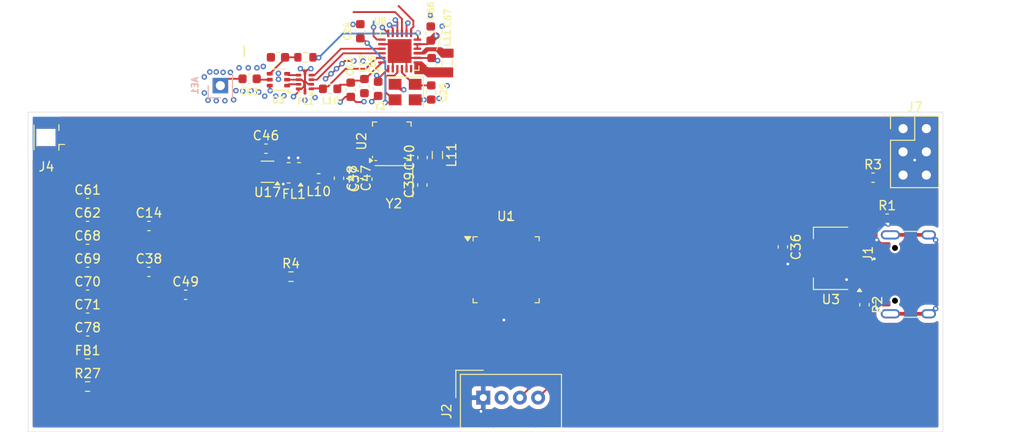
<source format=kicad_pcb>
(kicad_pcb (version 20241229) (generator "pcbnew") (generator_version "9.0")
  (layers (0 "F.Cu" signal) (2 "B.Cu" signal) (13 "F.Paste" user) (15 "B.Paste" user) (5 "F.SilkS" user "F.Silkscreen") (7 "B.SilkS" user "B.Silkscreen") (1 "F.Mask" user) (3 "B.Mask" user) (25 "Edge.Cuts" user))
  (net 0 "")
  (net 1 "GND")
  (net 2 "Net-(U1-VDDCORE)")
  (net 3 "+3.3V")
  (net 4 "Net-(U1-GNDANA)")
  (net 5 "Net-(J1-SHIELD)")
  (net 6 "D+")
  (net 10 "SX_XTA")
  (net 12 "+3V3")
  (net 13 "SX_XTB")
  (net 15 "BUZZER")
  (net 16 "nRESET")
  (net 17 "SWCLK_FLASH")
  (net 19 "Net-(U2-VREG)")
  (net 21 "Net-(U17-CTRL)")
  (net 23 "LED")
  (net 25 "SWDIO_FLASH")
  (net 34 "D-")
  (net 35 "SX_VR_PA")
  (net 39 "Net-(J4-In)")
  (net 43 "VBUS")
  (net 44 "Net-(J1-CC1)")
  (net 45 "Net-(J1-CC2)")
  (net 46 "SDA")
  (net 47 "SCL")
  (net 48 "Net-(U17-RFIN)")
  (net 49 "SX_RFO")
  (net 50 "Net-(FL1-SW_RFI)")
  (net 51 "SX_RFI_N")
  (net 52 "SX_RFI_P")
  (net 53 "Net-(FL1-SW_RFO)")
  (net 54 "Net-(U2-DCC_SW)")
  (net 55 "SX_DIO1")
  (net 56 "SX_BUSY")
  (net 57 "RF_CS")
  (net 58 "MOSI")
  (net 59 "SX_NRST")
  (net 60 "SCK")
  (net 61 "MISO")
  (net 63 "SX_DIO2")
  (net 64 "/SX_VR_PA")
  (net 65 "/SX_RFO")
  (net 66 "Earth")
  (net 67 "Net-(U8-DCC_SW)")
  (net 68 "Net-(U8-VREG)")
  (net 69 "Net-(U3-CTRL)")
  (net 70 "Net-(U3-RFIN)")
  (net 71 "/SX_XTB")
  (net 72 "/SX_XTA")
  (net 73 "/SX_DIO3")
  (net 74 "/SX_DIO2")
  (net 75 "/SX_DIO1")
  (net 76 "/SX_BUSY")
  (net 77 "/SX_NRST")
  (net 78 "/SPI_MISO")
  (net 79 "/SPI_MOSI")
  (net 80 "/SPI_CLK")
  (net 81 "/SX_NSS")
  (net 82 "/SX_RFI_P")
  (net 83 "/SX_RFI_N")
  (net 84 "Net-(AE1-A)")
  (footprint "Capacitor_SMD:C_0603_1608Metric" (layer "F.Cu") (at 142.4625 69.74)
    (property "Reference" "C49")
    (property "Value" "100pF")
  )
  (footprint "Capacitor_SMD:C_0603_1608Metric" (layer "F.Cu") (at 131.75 69.74)
    (property "Reference" "C70")
    (property "Value" "100nF")
  )
  (footprint "Capacitor_SMD:C_0603_1608Metric" (layer "F.Cu") (at 219.150699 61.408415)
    (property "Reference" "R1")
    (property "Value" "5.1K")
  )
  (footprint "Capacitor_SMD:C_0603_1608Metric" (layer "F.Cu") (at 131.75 64.72)
    (property "Reference" "C68")
    (property "Value" "100nF")
  )
  (footprint "Resistor_SMD:R_0603_1608Metric" (layer "F.Cu") (at 131.75 79.78)
    (property "Reference" "R27")
    (property "Value" "1.5k")
  )
  (footprint "Capacitor_SMD:C_0603_1608Metric" (layer "F.Cu") (at 138.4525 62.21)
    (property "Reference" "C14")
    (property "Value" "8pF")
  )
  (footprint "Capacitor_SMD:C_0603_1608Metric" (layer "F.Cu") (at 149.45975 46.1 180)
    (property "Reference" "C63")
    (property "Value" "100pF")
  )
  (footprint "Capacitor_SMD:C_0603_1608Metric" (layer "F.Cu") (at 151.25 53.75)
    (property "Reference" "C46")
    (property "Value" "1nF")
  )
  (footprint "Capacitor_SMD:C_0603_1608Metric" (layer "F.Cu") (at 162.00975 46.9 -90)
    (property "Reference" "C57")
    (property "Value" "47nF")
  )
  (footprint "RF_Converter:Balun_Johanson_0900FM15K0039" (layer "F.Cu") (at 155.50975 46.45 180)
    (property "Reference" "FL1")
    (property "Value" "0900FM15K0039")
  )
  (footprint "Capacitor_SMD:C_0603_1608Metric" (layer "F.Cu") (at 160.75 56.975 -90)
    (property "Reference" "C47")
    (property "Value" "47nF")
  )
  (footprint "Capacitor_SMD:C_0603_1608Metric" (layer "F.Cu") (at 163.50975 47.2 90)
    (property "Reference" "C65")
    (property "Value" "100nF")
  )
  (footprint "Inductor_SMD:L_0603_1608Metric" (layer "F.Cu") (at 157 57 180)
    (property "Reference" "L10")
    (property "Value" "47nH")
  )
  (footprint "Capacitor_SMD:C_0603_1608Metric" (layer "F.Cu") (at 216.670428 70.832047 -90)
    (property "Reference" "R2")
    (property "Value" "5.1K")
  )
  (footprint "Capacitor_SMD:C_0603_1608Metric" (layer "F.Cu") (at 160.50975 47.3 -90)
    (property "Reference" "C62")
    (property "Value" "47pF")
  )
  (footprint "Package_TO_SOT_SMD:SOT-363_SC-70-6" (layer "F.Cu") (at 152.60975 46.2 180)
    (property "Reference" "U3")
    (property "Value" "PE4259")
  )
  (footprint "Capacitor_SMD:C_0603_1608Metric" (layer "F.Cu") (at 131.75 59.7)
    (property "Reference" "C61")
    (property "Value" "100nF")
  )
  (footprint "Capacitor_SMD:C_0603_1608Metric" (layer "F.Cu") (at 169.30975 47.6 90)
    (property "Reference" "C25")
    (property "Value" "8pF")
  )
  (footprint "Capacitor_SMD:C_0603_1608Metric" (layer "F.Cu") (at 152.55975 43.75 180)
    (property "Reference" "C64" (hide yes))
    (property "Value" "1nF" (hide yes))
  )
  (footprint "Crystal:Crystal_SMD_3225-4Pin_3.2x2.5mm" (layer "F.Cu") (at 165.233692 57.313555 180)
    (property "Reference" "Y2")
    (property "Value" "32MHz")
  )
  (footprint "Capacitor_SMD:C_0603_1608Metric" (layer "F.Cu") (at 131.75 74.76)
    (property "Reference" "C78")
    (property "Value" "100nF")
  )
  (footprint "Inductor_SMD:L_0603_1608Metric" (layer "F.Cu") (at 158.25975 47.2 180)
    (property "Reference" "L10")
    (property "Value" "47nH")
  )
  (footprint "Crystal:Crystal_SMD_3225-4Pin_3.2x2.5mm" (layer "F.Cu") (at 166.45975 47.55 180)
    (property "Reference" "Y2")
    (property "Value" "32MHz")
  )
  (footprint "Capacitor_SMD:C_0603_1608Metric" (layer "F.Cu") (at 168.36192 54.722723 90)
    (property "Reference" "C40")
    (property "Value" "470nF")
  )
  (footprint "Capacitor_SMD:C_0603_1608Metric" (layer "F.Cu") (at 169.35975 44.6 90)
    (property "Reference" "C67")
    (property "Value" "470nF")
  )
  (footprint "Capacitor_SMD:C_0603_1608Metric" (layer "F.Cu") (at 207.75 64.5 -90)
    (property "Reference" "C36")
    (property "Value" "1uF")
  )
  (footprint "Connector_USB:USB_C_Receptacle_HCTL_HC-TYPE-C-16P-01A" (layer "F.Cu") (at 222.61 67.5 90)
    (property "Reference" "J1")
    (property "Value" "USB_C_Receptacle_USB2.0_14P")
  )
  (footprint "Connector_Coaxial:U.FL_Hirose_U.FL-R-SMT-1_Vertical" (layer "F.Cu") (at 127.725 52.525 180)
    (property "Reference" "J4")
    (property "Value" "H9161TR-ND")
  )
  (footprint "Capacitor_SMD:C_0603_1608Metric" (layer "F.Cu") (at 131.75 72.25)
    (property "Reference" "C71")
    (property "Value" "100nF")
  )
  (footprint "Package_TO_SOT_SMD:SOT-363_SC-70-6" (layer "F.Cu") (at 151.413092 56.272162 180)
    (property "Reference" "U17")
    (property "Value" "PE4259")
  )
  (footprint "Capacitor_SMD:C_0603_1608Metric" (layer "F.Cu") (at 159.228082 56.987625 -90)
    (property "Reference" "C48")
    (property "Value" "47pF")
  )
  (footprint "Inductor_SMD:L_0805_2012Metric" (layer "F.Cu") (at 171.05975 44.35 -90)
    (property "Reference" "L11")
    (property "Value" "15uH")
  )
  (footprint "Package_TO_SOT_SMD:SOT-223-3_TabPin2" (layer "F.Cu") (at 213 65.75 180)
    (property "Reference" "U3")
    (property "Value" "AMS1117-3.3")
  )
  (footprint "Resistor_SMD:R_0603_1608Metric" (layer "F.Cu") (at 153.985 67.755)
    (property "Reference" "R4")
    (property "Value" "100")
  )
  (footprint "Resistor_SMD:R_0603_1608Metric" (layer "F.Cu") (at 155.55975 43.75 180)
    (property "Reference" "R23" (hide yes))
    (property "Value" "100" (hide yes))
  )
  (footprint "Capacitor_SMD:C_0603_1608Metric" (layer "F.Cu") (at 162.331911 57.08313 90)
    (property "Reference" "C37")
    (property "Value" "100nF")
  )
  (footprint "Package_DFN_QFN:QFN-24-1EP_4x4mm_P0.5mm_EP2.6x2.6mm" (layer "F.Cu") (at 165 52.9375 90)
    (property "Reference" "U2")
    (property "Value" "SX1262IMLTRT")
  )
  (footprint "Capacitor_SMD:C_0603_1608Metric" (layer "F.Cu") (at 168.342797 57.72947 90)
    (property "Reference" "C39")
    (property "Value" "8pF")
  )
  (footprint "RF_Converter:Balun_Johanson_0900FM15K0039" (layer "F.Cu") (at 154.296269 56.389992 180)
    (property "Reference" "FL1")
    (property "Value" "0900FM15K0039")
  )
  (footprint "Capacitor_SMD:C_0603_1608Metric" (layer "F.Cu") (at 217.607988 56.922102)
    (property "Reference" "R3")
    (property "Value" "5.1K")
  )
  (footprint "Package_DFN_QFN:QFN-24-1EP_4x4mm_P0.5mm_EP2.6x2.6mm" (layer "F.Cu") (at 165.85975 43.0625 90)
    (property "Reference" "U8")
    (property "Value" "SX1262IMLTRT")
  )
  (footprint "Capacitor_SMD:C_0603_1608Metric" (layer "F.Cu") (at 169.25975 41.15 90)
    (property "Reference" "C66")
    (property "Value" "100nF")
  )
  (footprint "Capacitor_SMD:C_0603_1608Metric" (layer "F.Cu") (at 131.75 67.23)
    (property "Reference" "C69")
    (property "Value" "100nF")
  )
  (footprint "Connector_PinHeader_2.54mm:PinHeader_2x03_P2.54mm_Vertical" (layer "F.Cu") (at 220.895837 51.556244)
    (property "Reference" "J7")
    (property "Value" "Conn_02x03_Counter_Clockwise")
  )
  (footprint "Capacitor_SMD:C_0603_1608Metric" (layer "F.Cu") (at 138.4525 67.23)
    (property "Reference" "C38")
    (property "Value" "100nF")
  )
  (footprint "Connector:NS-Tech_Grove_1x04_P2mm_Vertical" (layer "F.Cu") (at 175 81 90)
    (property "Reference" "J2")
    (property "Value" "OLED")
  )
  (footprint "Package_QFP:TQFP-48_7x7mm_P0.5mm" (layer "F.Cu") (at 177.5 67)
    (property "Reference" "U1")
    (property "Value" "ATSAMD21G18A-A")
  )
  (footprint "Resistor_SMD:R_0603_1608Metric" (layer "F.Cu") (at 131.75 77.27)
    (property "Reference" "FB1")
    (property "Value" "BLM18AG601SN1D")
  )
  (footprint "Capacitor_SMD:C_0603_1608Metric" (layer "F.Cu") (at 161.55975 40.9 -90)
    (property "Reference" "C24")
    (property "Value" "8pF")
  )
  (footprint "Capacitor_SMD:C_0603_1608Metric" (layer "F.Cu") (at 131.75 62.21)
    (property "Reference" "C62")
    (property "Value" "100nF")
  )
  (footprint "Inductor_SMD:L_0805_2012Metric" (layer "F.Cu") (at 169.987332 54.446648 -90)
    (property "Reference" "L11")
    (property "Value" "15uH")
  )
  (footprint "Connector_PinSocket_2.54mm:PinSocket_1x01_P2.54mm_Vertical" (layer "B.Cu") (at 146.25975 46.85 -90)
    (property "Reference" "AE1")
    (property "Value" "Antenna")
  )
  (gr_poly (pts (xy 168.95975 44.95) (xy 171.60975 44.95) (xy 171.60975 45.85) (xy 168.95975 45.85) (xy 168.50975 45.5) (xy 167.55975 45.5) (xy 167.55975 44.375) (xy 167.70975 44.3) (xy 168.263322 44.3)) (stroke (width 0.2)) (fill yes) (layer "F.Cu") (net 68))
  (gr_poly (pts (xy 171.65975 43.7) (xy 171.65975 42.9) (xy 170.60975 42.9) (xy 170.42975 42.75) (xy 168.759751 42.75) (xy 168.305206 43.25) (xy 167.50975 43.25) (xy 167.50975 43.35) (xy 168.568084 43.35) (xy 168.976418 43) (xy 169.876416 43) (xy 170.45975 43.7)) (stroke (width 0.2)) (fill yes) (layer "F.Cu") (net 67))
  (gr_line (start 170.65975 40.45) (end 169.90975 42.95) (stroke (width 0.1)) (layer "F.SilkS"))
  (gr_rect (start 125.25 49.75) (end 225.25 84.75) (stroke (width 0.05)) (fill no) (layer "Edge.Cuts"))
  (gr_text "-" (at 148.75475 43.075 90) (layer "F.SilkS") (effects (font (size 1.5 1.5))))
  (segment (start 154.296269 55.203731) (end 154.75 54.75) (width 0.2) (layer "F.Cu") (net 1))
  (segment (start 154.296267 56.75) (end 154.296267 57.452492) (width 0.2) (layer "F.Cu") (net 1))
  (segment (start 177.75 62.8375) (end 177.75 61.5) (width 0.2) (layer "F.Cu") (net 1))
  (segment (start 154.296267 55.327492) (end 154.296267 56.5) (width 0.2) (layer "F.Cu") (net 1))
  (segment (start 152.363092 56.272162) (end 152.495262 56.139992) (width 0.2) (layer "F.Cu") (net 1))
  (segment (start 154.296269 55.327492) (end 154.296269 55.203731) (width 0.2) (layer "F.Cu") (net 1))
  (segment (start 207.75 65.835106) (end 207.75 65.275) (width 0.4) (layer "F.Cu") (net 1))
  (segment (start 223.435837 54.096244) (end 222.532081 55) (width 0.2) (layer "F.Cu") (net 1))
  (segment (start 153.936259 56.139992) (end 154.296267 56.5) (width 0.2) (layer "F.Cu") (net 1))
  (segment (start 153.596267 57.139992) (end 153.930091 57.139992) (width 0.2) (layer "F.Cu") (net 1))
  (segment (start 221.799593 55) (end 220.895837 54.096244) (width 0.2) (layer "F.Cu") (net 1))
  (segment (start 153.144578 57.605422) (end 153.596269 57.153731) (width 0.2) (layer "F.Cu") (net 1))
  (segment (start 175 81) (end 175 82.25) (width 0.2) (layer "F.Cu") (net 1))
  (segment (start 177.25 71.1625) (end 177.25 72.5) (width 0.2) (layer "F.Cu") (net 1))
  (segment (start 217.642953 71.607047) (end 218 71.25) (width 0.2) (layer "F.Cu") (net 1))
  (segment (start 153.596269 57.153731) (end 153.596269 57.139992) (width 0.2) (layer "F.Cu") (net 1))
  (segment (start 153.596267 56.139992) (end 153.936259 56.139992) (width 0.2) (layer "F.Cu") (net 1))
  (segment (start 207.75 65.835105) (end 207.957447 66.042553) (width 0.4) (layer "F.Cu") (net 1))
  (segment (start 154.296267 57.452492) (end 154.296267 57.453731) (width 0.2) (layer "F.Cu") (net 1))
  (segment (start 154.436259 56.639992) (end 154.296267 56.5) (width 0.2) (layer "F.Cu") (net 1))
  (segment (start 216.670428 71.607047) (end 217.642953 71.607047) (width 0.2) (layer "F.Cu") (net 1))
  (segment (start 207.957447 66.042553) (end 207.75 65.835106) (width 0.4) (layer "F.Cu") (net 1))
  (segment (start 218.55 70.7) (end 218 71.25) (width 0.4) (layer "F.Cu") (net 1))
  (segment (start 218 61.784114) (end 218 63.75) (width 0.2) (layer "F.Cu") (net 1))
  (segment (start 218.865 64.3) (end 218.55 64.3) (width 0.4) (layer "F.Cu") (net 1))
  (segment (start 154.296267 56.5) (end 154.296267 56.75) (width 0.2) (layer "F.Cu") (net 1))
  (segment (start 154.296269 55.296269) (end 153.75 54.75) (width 0.2) (layer "F.Cu") (net 1))
  (segment (start 218.55 64.3) (end 218 63.75) (width 0.4) (layer "F.Cu") (net 1))
  (segment (start 218.375699 61.408415) (end 218 61.784114) (width 0.2) (layer "F.Cu") (net 1))
  (segment (start 153.930091 57.139992) (end 154.296267 56.773816) (width 0.2) (layer "F.Cu") (net 1))
  (segment (start 222.532081 55) (end 221.799593 55) (width 0.2) (layer "F.Cu") (net 1))
  (segment (start 154.296269 55.327492) (end 154.296269 55.296269) (width 0.2) (layer "F.Cu") (net 1))
  (segment (start 216.122042 68.077958) (end 216.15 68.05) (width 0.4) (layer "F.Cu") (net 1))
  (segment (start 154.996267 56.639992) (end 154.436259 56.639992) (width 0.2) (layer "F.Cu") (net 1))
  (segment (start 154.296267 56.773816) (end 154.296267 56.75) (width 0.2) (layer "F.Cu") (net 1))
  (segment (start 154.296267 57.452492) (end 154.296267 57.546269) (width 0.2) (layer "F.Cu") (net 1))
  (segment (start 218.865 70.7) (end 218.55 70.7) (width 0.4) (layer "F.Cu") (net 1))
  (segment (start 214.714016 68.077958) (end 216.122042 68.077958) (width 0.4) (layer "F.Cu") (net 1))
  (segment (start 175 82.25) (end 174.75 82.5) (width 0.2) (layer "F.Cu") (net 1))
  (segment (start 152.495262 56.139992) (end 153.596269 56.139992) (width 0.2) (layer "F.Cu") (net 1))
  (segment (start 153.144578 57.61957) (end 153.144578 57.605422) (width 0.2) (layer "F.Cu") (net 1))
  (segment (start 207.957447 66.042553) (end 208.289563 66.374668) (width 0.4) (layer "F.Cu") (net 1))
  (via (at 222.161903 54.997673) (size 0.6) (drill 0.3) (layers "F.Cu" "B.Cu") (net 1))
  (via (at 153.75 54.75) (size 0.6) (drill 0.3) (layers "F.Cu" "B.Cu") (net 1))
  (via (at 174.75 82.5) (size 0.6) (drill 0.3) (layers "F.Cu" "B.Cu") (net 1))
  (via (at 153.144578 57.61957) (size 0.6) (drill 0.3) (layers "F.Cu" "B.Cu") (net 1))
  (via (at 177.25 72.5) (size 0.6) (drill 0.3) (layers "F.Cu" "B.Cu") (net 1))
  (via (at 154.75 54.75) (size 0.6) (drill 0.3) (layers "F.Cu" "B.Cu") (net 1))
  (via (at 218 71.25) (size 0.6) (drill 0.3) (layers "F.Cu" "B.Cu") (net 1))
  (via (at 177.75 61.5) (size 0.6) (drill 0.3) (layers "F.Cu" "B.Cu") (net 1))
  (via (at 214.714016 68.077958) (size 0.6) (drill 0.3) (layers "F.Cu" "B.Cu") (net 1))
  (via (at 208.289563 66.374668) (size 0.6) (drill 0.3) (layers "F.Cu" "B.Cu") (net 1))
  (via (at 218 63.75) (size 0.6) (drill 0.3) (layers "F.Cu" "B.Cu") (net 1))
  (segment (start 209.85 65.75) (end 216.15 65.75) (width 0.5) (layer "F.Cu") (net 3))
  (segment (start 203.033105 63.725) (end 207.75 63.725) (width 0.5) (layer "F.Cu") (net 3))
  (segment (start 182.0865 63.725) (end 181.6625 64.149) (width 0.5) (layer "F.Cu") (net 3))
  (segment (start 207.825 63.725) (end 209.85 65.75) (width 0.5) (layer "F.Cu") (net 3))
  (segment (start 207.75 63.725) (end 182.0865 63.725) (width 0.5) (layer "F.Cu") (net 3))
  (segment (start 207.75 63.725) (end 207.825 63.725) (width 0.5) (layer "F.Cu") (net 3))
  (segment (start 223.88 63.18) (end 224.45 63.75) (width 0.4) (layer "F.Cu") (net 5))
  (segment (start 219.505 63.18) (end 223.685 63.18) (width 0.4) (layer "F.Cu") (net 5))
  (segment (start 223.685 63.18) (end 223.88 63.18) (width 0.4) (layer "F.Cu") (net 5))
  (segment (start 223.685 71.82) (end 223.88 71.82) (width 0.4) (layer "F.Cu") (net 5))
  (segment (start 223.88 71.82) (end 224.45 71.25) (width 0.4) (layer "F.Cu") (net 5))
  (segment (start 219.505 71.82) (end 223.685 71.82) (width 0.4) (layer "F.Cu") (net 5))
  (via (at 224.45 71.25) (size 0.6) (drill 0.3) (layers "F.Cu" "B.Cu") (net 5))
  (via (at 224.45 63.75) (size 0.6) (drill 0.3) (layers "F.Cu" "B.Cu") (net 5))
  (segment (start 218.865 66.75) (end 219.548824 66.75) (width 0.2) (layer "F.Cu") (net 6))
  (segment (start 219.816 67.482824) (end 219.548824 67.75) (width 0.2) (layer "F.Cu") (net 6))
  (segment (start 219.816 67.017176) (end 219.816 67.482824) (width 0.2) (layer "F.Cu") (net 6))
  (segment (start 219.548824 66.75) (end 219.816 67.017176) (width 0.2) (layer "F.Cu") (net 6))
  (segment (start 219.548824 67.75) (end 218.865 67.75) (width 0.2) (layer "F.Cu") (net 6))
  (segment (start 165.134692 57.162555) (end 165.134692 55.878395) (width 0.2) (layer "F.Cu") (net 10))
  (segment (start 164.75 55.493703) (end 164.75 54.875) (width 0.2) (layer "F.Cu") (net 10))
  (segment (start 165.134692 55.878395) (end 164.75 55.493703) (width 0.2) (layer "F.Cu") (net 10))
  (segment (start 164.133692 58.163555) (end 165.134692 57.162555) (width 0.2) (layer "F.Cu") (net 10))
  (segment (start 163.50975 45.9) (end 163.50975 46.425) (width 0.2) (layer "F.Cu") (net 12))
  (segment (start 167.79725 42.3125) (end 167.79725 42.8125) (width 0.2) (layer "F.Cu") (net 12))
  (segment (start 163.50975 46.1) (end 164.60975 45) (width 0.2) (layer "F.Cu") (net 12))
  (segment (start 169.85975 41.4) (end 169.78475 41.4) (width 0.75) (layer "F.Cu") (net 12))
  (segment (start 163.346515 45.736765) (end 163.50975 45.9) (width 0.2) (layer "F.Cu") (net 12))
  (segment (start 169.78475 41.4) (end 169.25975 41.925) (width 0.75) (layer "F.Cu") (net 12))
  (segment (start 163.75 54.875) (end 162.331911 56.293089) (width 0.2) (layer "F.Cu") (net 12))
  (segment (start 162.331911 56.293089) (end 162.331911 56.30813) (width 0.2) (layer "F.Cu") (net 12))
  (segment (start 151.65975 46.85) (end 151.65975 47.35) (width 0.2) (layer "F.Cu") (net 12))
  (segment (start 151.65975 47.35) (end 151.70975 47.4) (width 0.2) (layer "F.Cu") (net 12))
  (segment (start 169.25975 41.925) (end 168.87225 42.3125) (width 0.2) (layer "F.Cu") (net 12))
  (segment (start 168.87225 42.3125) (end 167.79725 42.3125) (width 0.2) (layer "F.Cu") (net 12))
  (segment (start 163.50975 46.425) (end 163.50975 46.1) (width 0.2) (layer "F.Cu") (net 12))
  (via (at 151.70975 47.4) (size 0.6) (drill 0.3) (layers "F.Cu" "B.Cu") (net 12))
  (via (at 169.85975 41.4) (size 0.6) (drill 0.3) (layers "F.Cu" "B.Cu") (net 12))
  (via (at 163.346515 45.736765) (size 0.6) (drill 0.3) (layers "F.Cu" "B.Cu") (net 12))
  (segment (start 167.851882 56.463555) (end 168.342797 56.95447) (width 0.2) (layer "F.Cu") (net 13))
  (segment (start 165.25 54.875) (end 165.25 55.379863) (width 0.2) (layer "F.Cu") (net 13))
  (segment (start 165.25 55.379863) (end 166.333692 56.463555) (width 0.2) (layer "F.Cu") (net 13))
  (segment (start 166.333692 56.463555) (end 167.851882 56.463555) (width 0.2) (layer "F.Cu") (net 13))
  (segment (start 220.609979 56.922102) (end 220.895837 56.636244) (width 0.2) (layer "F.Cu") (net 16))
  (segment (start 218.382988 56.922102) (end 220.609979 56.922102) (width 0.2) (layer "F.Cu") (net 16))
  (segment (start 166.9375 54.1875) (end 167.051697 54.1875) (width 0.2) (layer "F.Cu") (net 19))
  (segment (start 167.051697 54.1875) (end 168.36192 55.497723) (width 0.2) (layer "F.Cu") (net 19))
  (segment (start 169.975907 55.497723) (end 169.987332 55.509148) (width 0.2) (layer "F.Cu") (net 19))
  (segment (start 168.36192 55.497723) (end 169.975907 55.497723) (width 0.2) (layer "F.Cu") (net 19))
  (segment (start 217.914 67.982824) (end 218.181176 68.25) (width 0.2) (layer "F.Cu") (net 34))
  (segment (start 218.181176 67.25) (end 217.914 67.517176) (width 0.2) (layer "F.Cu") (net 34))
  (segment (start 218.865 67.25) (end 218.181176 67.25) (width 0.2) (layer "F.Cu") (net 34))
  (segment (start 217.914 67.517176) (end 217.914 67.982824) (width 0.2) (layer "F.Cu") (net 34))
  (segment (start 218.181176 68.25) (end 218.865 68.25) (width 0.2) (layer "F.Cu") (net 34))
  (segment (start 159.228082 56.212625) (end 160.737375 56.212625) (width 0.2) (layer "F.Cu") (net 35))
  (segment (start 158.440707 57) (end 159.228082 56.212625) (width 0.2) (layer "F.Cu") (net 35))
  (segment (start 157.7875 57) (end 158.440707 57) (width 0.2) (layer "F.Cu") (net 35))
  (segment (start 160.737375 56.212625) (end 160.75 56.2) (width 0.2) (layer "F.Cu") (net 35))
  (segment (start 163.0625 54.1875) (end 161.05 56.2) (width 0.2) (layer "F.Cu") (net 35))
  (segment (start 161.05 56.2) (end 160.75 56.2) (width 0.2) (layer "F.Cu") (net 35))
  (segment (start 216.15 63.45) (end 217.8 65.1) (width 0.4) (layer "F.Cu") (net 43))
  (segment (start 219.398824 65.1) (end 220.217 65.918176) (width 0.2) (layer "F.Cu") (net 43))
  (segment (start 220.217 65.918176) (end 220.217 69.197999) (width 0.2) (layer "F.Cu") (net 43))
  (segment (start 219.514999 69.9) (end 218.865 69.9) (width 0.2) (layer "F.Cu") (net 43))
  (segment (start 217.8 65.1) (end 218.865 65.1) (width 0.4) (layer "F.Cu") (net 43))
  (segment (start 218.865 65.1) (end 219.398824 65.1) (width 0.2) (layer "F.Cu") (net 43))
  (segment (start 220.217 69.197999) (end 219.514999 69.9) (width 0.2) (layer "F.Cu") (net 43))
  (segment (start 216.670428 70.057047) (end 217.977475 68.75) (width 0.2) (layer "F.Cu") (net 44))
  (segment (start 217.977475 68.75) (end 218.865 68.75) (width 0.2) (layer "F.Cu") (net 44))
  (segment (start 218.865 65.75) (end 217.794251 65.75) (width 0.2) (layer "F.Cu") (net 45))
  (segment (start 219.25 62) (end 219.334114 62) (width 0.2) (layer "F.Cu") (net 45))
  (segment (start 217.794251 65.75) (end 217.746312 65.797939) (width 0.2) (layer "F.Cu") (net 45))
  (segment (start 219.334114 62) (end 219.925699 61.408415) (width 0.2) (layer "F.Cu") (net 45))
  (via (at 217.746312 65.797939) (size 0.6) (drill 0.3) (layers "F.Cu" "B.Cu") (net 45))
  (via (at 219.25 62) (size 0.6) (drill 0.3) (layers "F.Cu" "B.Cu") (net 45))
  (segment (start 217.399 63.501057) (end 218.900057 62) (width 0.2) (layer "B.Cu") (net 45))
  (segment (start 217.746312 65.797939) (end 217.399 65.450627) (width 0.2) (layer "B.Cu") (net 45))
  (segment (start 217.399 65.450627) (end 217.399 63.501057) (width 0.2) (layer "B.Cu") (net 45))
  (segment (start 218.900057 62) (end 219.25 62) (width 0.2) (layer "B.Cu") (net 45))
  (segment (start 183.75 66.75) (end 184.25 67.25) (width 0.2) (layer "F.Cu") (net 46))
  (segment (start 184.25 75.75) (end 179 81) (width 0.2) (layer "F.Cu") (net 46))
  (segment (start 184.25 67.25) (end 184.25 75.75) (width 0.2) (layer "F.Cu") (net 46))
  (segment (start 181.6625 66.75) (end 183.75 66.75) (width 0.2) (layer "F.Cu") (net 46))
  (segment (start 184.651 77.349) (end 181 81) (width 0.2) (layer "F.Cu") (net 47))
  (segment (start 183.8171 66.25) (end 184.651 67.0839) (width 0.2) (layer "F.Cu") (net 47))
  (segment (start 181.6625 66.25) (end 183.8171 66.25) (width 0.2) (layer "F.Cu") (net 47))
  (segment (start 184.651 67.0839) (end 184.651 77.349) (width 0.2) (layer "F.Cu") (net 47))
  (segment (start 161.5625 53.6875) (end 163.0625 53.6875) (width 0.2) (layer "F.Cu") (net 49))
  (segment (start 154.996269 57.139992) (end 156.072508 57.139992) (width 0.2) (layer "F.Cu") (net 49))
  (segment (start 157.9625 55.25) (end 160 55.25) (width 0.2) (layer "F.Cu") (net 49))
  (segment (start 156.2125 57) (end 157.9625 55.25) (width 0.2) (layer "F.Cu") (net 49))
  (segment (start 160 55.25) (end 161.5625 53.6875) (width 0.2) (layer "F.Cu") (net 49))
  (segment (start 156.072508 57.139992) (end 156.2125 57) (width 0.2) (layer "F.Cu") (net 49))
  (segment (start 153.70975 45.7) (end 153.55975 45.55) (width 0.2) (layer "F.Cu") (net 50))
  (segment (start 152.363092 55.622162) (end 153.578439 55.622162) (width 0.2) (layer "F.Cu") (net 50))
  (segment (start 153.578439 55.622162) (end 153.596269 55.639992) (width 0.2) (layer "F.Cu") (net 50))
  (segment (start 154.80975 45.7) (end 153.70975 45.7) (width 0.2) (layer "F.Cu") (net 50))
  (segment (start 155.360008 56.139992) (end 158.3125 53.1875) (width 0.2) (layer "F.Cu") (net 51))
  (segment (start 158.3125 53.1875) (end 163.0625 53.1875) (width 0.2) (layer "F.Cu") (net 51))
  (segment (start 154.996269 56.139992) (end 155.360008 56.139992) (width 0.2) (layer "F.Cu") (net 51))
  (segment (start 157.948761 52.6875) (end 154.996269 55.639992) (width 0.2) (layer "F.Cu") (net 52))
  (segment (start 163.0625 52.6875) (end 157.948761 52.6875) (width 0.2) (layer "F.Cu") (net 52))
  (segment (start 152.980275 56.922162) (end 153.262445 56.639992) (width 0.2) (layer "F.Cu") (net 53))
  (segment (start 152.363092 56.922162) (end 152.980275 56.922162) (width 0.2) (layer "F.Cu") (net 53))
  (segment (start 153.55975 46.85) (end 153.70975 46.7) (width 0.2) (layer "F.Cu") (net 53))
  (segment (start 153.70975 46.7) (end 154.80975 46.7) (width 0.2) (layer "F.Cu") (net 53))
  (segment (start 153.262445 56.639992) (end 153.596269 56.639992) (width 0.2) (layer "F.Cu") (net 53))
  (segment (start 160.50975 46.525) (end 160.50975 46.625) (width 0.2) (layer "F.Cu") (net 64))
  (segment (start 161.93475 46.3) (end 160.83475 46.3) (width 0.2) (layer "F.Cu") (net 64))
  (segment (start 160.60975 46.525) (end 160.50975 46.525) (width 0.2) (layer "F.Cu") (net 64))
  (segment (start 163.92225 44.3125) (end 162.10975 46.125) (width 0.2) (layer "F.Cu") (net 64))
  (segment (start 159.14725 46.95) (end 159.14725 47.1) (width 0.2) (layer "F.Cu") (net 64))
  (segment (start 159.34725 46.75) (end 159.14725 46.95) (width 0.2) (layer "F.Cu") (net 64))
  (segment (start 162.10975 46.125) (end 162.00975 46.125) (width 0.2) (layer "F.Cu") (net 64))
  (segment (start 160.50975 46.625) (end 160.38475 46.75) (width 0.2) (layer "F.Cu") (net 64))
  (segment (start 160.83475 46.3) (end 160.60975 46.525) (width 0.2) (layer "F.Cu") (net 64))
  (segment (start 159.14725 47.1) (end 159.04725 47.2) (width 0.2) (layer "F.Cu") (net 64))
  (segment (start 162.00975 46.225) (end 161.93475 46.3) (width 0.2) (layer "F.Cu") (net 64))
  (segment (start 162.00975 46.125) (end 162.00975 46.225) (width 0.2) (layer "F.Cu") (net 64))
  (segment (start 160.38475 46.75) (end 159.34725 46.75) (width 0.2) (layer "F.Cu") (net 64))
  (segment (start 156.25975 47.15) (end 156.20975 47.2) (width 0.2) (layer "F.Cu") (net 65))
  (segment (start 162.15975 45) (end 159.95975 45) (width 0.2) (layer "F.Cu") (net 65))
  (segment (start 157.47225 47.2) (end 157.57225 47.1) (width 0.2) (layer "F.Cu") (net 65))
  (segment (start 163.90975 43.8) (end 163.35975 43.8) (width 0.2) (layer "F.Cu") (net 65))
  (segment (start 163.92225 43.8125) (end 163.90975 43.8) (width 0.2) (layer "F.Cu") (net 65))
  (segment (start 157.57225 46.95) (end 157.37225 47.15) (width 0.2) (layer "F.Cu") (net 65))
  (segment (start 159.95975 45) (end 158.00975 46.95) (width 0.2) (layer "F.Cu") (net 65))
  (segment (start 163.35975 43.8) (end 162.15975 45) (width 0.2) (layer "F.Cu") (net 65))
  (segment (start 157.57225 47.1) (end 157.57225 46.95) (width 0.2) (layer "F.Cu") (net 65))
  (segment (start 158.00975 46.95) (end 157.57225 46.95) (width 0.2) (layer "F.Cu") (net 65))
  (segment (start 157.37225 47.15) (end 156.25975 47.15) (width 0.2) (layer "F.Cu") (net 65))
  (segment (start 156.00975 45) (end 155.90975 45.1) (width 0.2) (layer "F.Cu") (net 66))
  (segment (start 163.50975 47.975) (end 163.15975 48.325) (width 0.2) (layer "F.Cu") (net 66))
  (segment (start 156.15975 45) (end 156.00975 45) (width 0.2) (layer "F.Cu") (net 66))
  (segment (start 166.60975 45) (end 166.60975 43.8125) (width 0.2) (layer "F.Cu") (net 66))
  (segment (start 170.00975 44.1) (end 169.63475 44.1) (width 0.2) (layer "F.Cu") (net 66))
  (segment (start 155.50975 46.566176) (end 155.50975 47.5125) (width 0.2) (layer "F.Cu") (net 66))
  (segment (start 155.143574 46.2) (end 155.50975 46.566176) (width 0.2) (layer "F.Cu") (net 66))
  (segment (start 169.35975 43.825) (end 167.80975 43.825) (width 0.2) (layer "F.Cu") (net 66))
  (segment (start 155.90975 45.1) (end 155.79725 45.1) (width 0.2) (layer "F.Cu") (net 66))
  (segment (start 166.30975 47.3) (end 165.95975 47.3) (width 0.2) (layer "F.Cu") (net 66))
  (segment (start 155.79725 45.1) (end 155.50975 45.3875) (width 0.2) (layer "F.Cu") (net 66))
  (segment (start 156.20975 46.7) (end 155.875926 46.7) (width 0.2) (layer "F.Cu") (net 66))
  (segment (start 154.80975 47.5) (end 154.25975 48.05) (width 0.2) (layer "F.Cu") (net 66))
  (segment (start 154.80975 47.2) (end 155.143574 47.2) (width 0.2) (layer "F.Cu") (net 66))
  (segment (start 159.55975 44.45) (end 159.85975 44.15) (width 0.2) (layer "F.Cu") (net 66))
  (segment (start 160.50975 48.075) (end 159.93475 48.075) (width 0.2) (layer "F.Cu") (net 66))
  (segment (start 154.80975 46.2) (end 153.55975 46.2) (width 0.2) (layer "F.Cu") (net 66))
  (segment (start 155.12225 45) (end 155.50975 45.3875) (width 0.2) (layer "F.Cu") (net 66))
  (segment (start 155.143574 46.2) (end 154.80975 46.2) (width 0.2) (layer "F.Cu") (net 66))
  (segment (start 158.95975 45) (end 159.00975 45) (width 0.2) (layer "F.Cu") (net 66))
  (segment (start 158.35975 45.55) (end 158.40975 45.55) (width 0.2) (layer "F.Cu") (net 66))
  (segment (start 165.10975 42.3125) (end 165.85975 43.0625) (width 0.2) (layer "F.Cu") (net 66))
  (segment (start 155.41075 46.467176) (end 155.143574 46.2) (width 0.2) (layer "F.Cu") (net 66))
  (segment (start 155.875926 46.7) (end 155.50975 46.333824) (width 0.2) (layer "F.Cu") (net 66))
  (segment (start 163.92225 42.3125) (end 165.10975 42.3125) (width 0.2) (layer "F.Cu") (net 66))
  (segment (start 160.50975 48.075) (end 161.08475 48.65) (width 0.2) (layer "F.Cu") (net 66))
  (segment (start 165.95975 47.3) (end 165.35975 46.7) (width 0.2) (layer "F.Cu") (net 66))
  (segment (start 159.85975 44.15) (end 160.85975 44.15) (width 0.2) (layer "F.Cu") (net 66))
  (segment (start 163.15975 48.325) (end 163.08475 48.325) (width 0.2) (layer "F.Cu") (net 66))
  (segment (start 155.00975 45) (end 155.12225 45) (width 0.2) (layer "F.Cu") (net 66))
  (segment (start 155.50975 45.3875) (end 155.50975 47.5125) (width 0.2) (layer "F.Cu") (net 66))
  (segment (start 166.60975 43.8125) (end 165.85975 43.0625) (width 0.2) (layer "F.Cu") (net 66))
  (segment (start 159.93475 48.075) (end 159.35975 48.65) (width 0.2) (layer "F.Cu") (net 66))
  (segment (start 155.50975 46.333824) (end 155.50975 45.3875) (width 0.2) (layer "F.Cu") (net 66))
  (segment (start 161.08475 48.65) (end 161.90975 48.65) (width 0.2) (layer "F.Cu") (net 66))
  (segment (start 165.10975 45) (end 165.10975 43.8125) (width 0.2) (layer "F.Cu") (net 66))
  (segment (start 155.41075 46.932824) (end 155.41075 46.467176) (width 0.2) (layer "F.Cu") (net 66))
  (segment (start 157.80975 46.1) (end 158.35975 45.55) (width 0.2) (layer "F.Cu") (net 66))
  (segment (start 167.79725 43.8125) (end 166.60975 43.8125) (width 0.2) (layer "F.Cu") (net 66))
  (segment (start 155.143574 47.2) (end 155.41075 46.932824) (width 0.2) (layer "F.Cu") (net 66))
  (segment (start 169.63475 44.1) (end 169.35975 43.825) (width 0.2) (layer "F.Cu") (net 66))
  (segment (start 163.08475 48.325) (end 162.80975 48.6) (width 0.2) (layer "F.Cu") (net 66))
  (segment (start 154.80975 47.2) (end 154.80975 47.5) (width 0.2) (layer "F.Cu") (net 66))
  (segment (start 159.00975 45) (end 159.55975 44.45) (width 0.2) (layer "F.Cu") (net 66))
  (segment (start 167.80975 43.825) (end 167.79725 43.8125) (width 0.2) (layer "F.Cu") (net 66))
  (segment (start 161.90975 48.65) (end 161.95975 48.6) (width 0.2) (layer "F.Cu") (net 66))
  (segment (start 157.75975 46.1) (end 157.80975 46.1) (width 0.2) (layer "F.Cu") (net 66))
  (segment (start 158.40975 45.55) (end 158.95975 45) (width 0.2) (layer "F.Cu") (net 66))
  (segment (start 165.10975 43.8125) (end 165.85975 43.0625) (width 0.2) (layer "F.Cu") (net 66))
  (via (at 147.35975 45.4) (size 0.6) (drill 0.3) (layers "F.Cu" "B.Cu") (net 66))
  (via (at 145.80975 48.5) (size 0.6) (drill 0.3) (layers "F.Cu" "B.Cu") (net 66))
  (via (at 149.60975 47.4) (size 0.6) (drill 0.3) (layers "F.Cu" "B.Cu") (net 66))
  (via (at 146.55975 45.4) (size 0.6) (drill 0.3) (layers "F.Cu" "B.Cu") (net 66))
  (via (at 169.20975 39.15) (size 0.6) (drill 0.3) (layers "F.Cu" "B.Cu") (net 66))
  (via (at 153.20975 47.95) (size 0.6) (drill 0.3) (layers "F.Cu" "B.Cu") (net 66))
  (via (at 151.10975 48) (size 0.6) (drill 0.3) (layers "F.Cu" "B.Cu") (net 66))
  (via (at 155.00975 45) (size 0.6) (drill 0.3) (layers "F.Cu" "B.Cu") (net 66))
  (via (at 158.95975 45) (size 0.6) (drill 0.3) (layers "F.Cu" "B.Cu") (net 66))
  (via (at 147.70975 48.4) (size 0.6) (drill 0.3) (layers "F.Cu" "B.Cu") (net 66))
  (via (at 158.35975 45.55) (size 0.6) (drill 0.3) (layers "F.Cu" "B.Cu") (net 66))
  (via (at 168.50975 48.4) (size 0.6) (drill 0.3) (layers "F.Cu" "B.Cu") (net 66))
  (via (at 170.15975 48.25) (size 0.6) (drill 0.3) (layers "F.Cu" "B.Cu") (net 66))
  (via (at 150.25975 44.9) (size 0.6) (drill 0.3) (layers "F.Cu" "B.Cu") (net 66))
  (via (at 159.55975 44.45) (size 0.6) (drill 0.3) (layers "F.Cu" "B.Cu") (net 66))
  (via (at 161.95975 48.6) (size 0.6) (drill 0.3) (layers "F.Cu" "B.Cu") (net 66))
  (via (at 152.60975 45.5) (size 0.6) (drill 0.3) (layers "F.Cu" "B.Cu") (net 66))
  (via (at 144.90975 48.45) (size 0.6) (drill 0.3) (layers "F.Cu" "B.Cu") (net 66))
  (via (at 170.50975 40.35) (size 0.6) (drill 0.3) (layers "F.Cu" "B.Cu") (net 66))
  (via (at 155.50975 48.45) (size 0.6) (drill 0.3) (layers "F.Cu" "B.Cu") (net 66))
  (via (at 166.30975 47.3) (size 0.6) (drill 0.3) (layers "F.Cu" "B.Cu") (net 66))
  (via (at 148.70975 47.45) (size 0.6) (drill 0.3) (layers "F.Cu" "B.Cu") (net 66))
  (via (at 145.10975 45.35) (size 0.6) (drill 0.3) (layers "F.Cu" "B.Cu") (net 66))
  (via (at 159.35975 48.65) (size 0.6) (drill 0.3) (layers "F.Cu" "B.Cu") (net 66))
  (via (at 147.95975 47.4) (size 0.6) (drill 0.3) (layers "F.Cu" "B.Cu") (net 66))
  (via (at 152.30975 48) (size 0.6) (drill 0.3) (layers "F.Cu" "B.Cu") (net 66))
  (via (at 160.85975 44.15) (size 0.6) (drill 0.3) (layers "F.Cu" "B.Cu") (net 66))
  (via (at 161.85975 44.15) (size 0.6) (drill 0.3) (layers "F.Cu" "B.Cu") (net 66))
  (via (at 154.25975 48.05) (size 0.6) (drill 0.3) (layers "F.Cu" "B.Cu") (net 66))
  (via (at 156.15975 45) (size 0.6) (drill 0.3) (layers "F.Cu" "B.Cu") (net 66))
  (via (at 170.00975 44.1) (size 0.6) (drill 0.3) (layers "F.Cu" "B.Cu") (net 66))
  (via (at 150.45975 47.55) (size 0.6) (drill 0.3) (layers "F.Cu" "B.Cu") (net 66))
  (via (at 149.30975 44.9) (size 0.6) (drill 0.3) (layers "F.Cu" "B.Cu") (net 66))
  (via (at 145.80975 45.35) (size 0.6) (drill 0.3) (layers "F.Cu" "B.Cu") (net 66))
  (via (at 144.50975 47.65) (size 0.6) (drill 0.3) (layers "F.Cu" "B.Cu") (net 66))
  (via (at 150.95975 44.75) (size 0.6) (drill 0.3) (layers "F.Cu" "B.Cu") (net 66))
  (via (at 171.05975 46.85) (size 0.6) (drill 0.3) (layers "F.Cu" "B.Cu") (net 66))
  (via (at 146.75975 48.5) (size 0.6) (drill 0.3) (layers "F.Cu" "B.Cu") (net 66))
  (via (at 156.60975 48.15) (size 0.6) (drill 0.3) (layers "F.Cu" "B.Cu") (net 66))
  (via (at 144.50975 45.9) (size 0.6) (drill 0.3) (layers "F.Cu" "B.Cu") (net 66))
  (via (at 148.30975 44.9) (size 0.6) (drill 0.3) (layers "F.Cu" "B.Cu") (net 66))
  (via (at 157.75975 46.1) (size 0.6) (drill 0.3) (layers "F.Cu" "B.Cu") (net 66))
  (via (at 160.75975 40.15) (size 0.6) (drill 0.3) (layers "F.Cu" "B.Cu") (net 66))
  (via (at 152.60975 46.15) (size 0.6) (drill 0.3) (layers "F.Cu" "B.Cu") (net 66))
  (via (at 162.80975 48.6) (size 0.6) (drill 0.3) (layers "F.Cu" "B.Cu") (net 66))
  (segment (start 153.33475 43.75) (end 153.33475 43.875) (width 0.2) (layer "F.Cu") (net 69))
  (segment (start 153.33475 43.875) (end 151.65975 45.55) (width 0.2) (layer "F.Cu") (net 69))
  (segment (start 154.73475 43.75) (end 153.33475 43.75) (width 0.2) (layer "F.Cu") (net 69))
  (segment (start 150.33475 46.2) (end 150.23475 46.1) (width 0.2) (layer "F.Cu") (net 70))
  (segment (start 151.65975 46.2) (end 150.33475 46.2) (width 0.2) (layer "F.Cu") (net 70))
  (segment (start 167.68475 46.825) (end 167.55975 46.7) (width 0.2) (layer "F.Cu") (net 71))
  (segment (start 166.10975 45.428298) (end 166.10975 45) (width 0.2) (layer "F.Cu") (net 71))
  (segment (start 169.30975 46.825) (end 167.68475 46.825) (width 0.2) (layer "F.Cu") (net 71))
  (segment (start 167.55975 46.7) (end 167.381452 46.7) (width 0.2) (layer "F.Cu") (net 71))
  (segment (start 167.381452 46.7) (end 166.10975 45.428298) (width 0.2) (layer "F.Cu") (net 71))
  (segment (start 161.78475 41.675) (end 162.30975 42.2) (width 0.2) (layer "F.Cu") (net 72))
  (segment (start 165.059749 48.700001) (end 165.35975 48.4) (width 0.2) (layer "F.Cu") (net 72))
  (segment (start 165.60975 45) (end 165.60975 45.428298) (width 0.2) (layer "F.Cu") (net 72))
  (segment (start 165.15775 48.4) (end 165.35975 48.4) (width 0.2) (layer "F.Cu") (net 72))
  (segment (start 164.55975 45.75) (end 164.30975 46) (width 0.2) (layer "F.Cu") (net 72))
  (segment (start 164.30975 47.552) (end 165.15775 48.4) (width 0.2) (layer "F.Cu") (net 72))
  (segment (start 165.288048 45.75) (end 164.55975 45.75) (width 0.2) (layer "F.Cu") (net 72))
  (segment (start 164.290614 48.700001) (end 165.059749 48.700001) (width 0.2) (layer "F.Cu") (net 72))
  (segment (start 165.60975 45.428298) (end 165.288048 45.75) (width 0.2) (layer "F.Cu") (net 72))
  (segment (start 164.30975 46) (end 164.30975 47.552) (width 0.2) (layer "F.Cu") (net 72))
  (segment (start 161.55975 41.675) (end 161.78475 41.675) (width 0.2) (layer "F.Cu") (net 72))
  (via (at 162.30975 42.2) (size 0.6) (drill 0.3) (layers "F.Cu" "B.Cu") (net 72))
  (via (at 164.290614 48.700001) (size 0.6) (drill 0.3) (layers "F.Cu" "B.Cu") (net 72))
  (segment (start 162.30975 42.2) (end 164.290614 44.180864) (width 0.2) (layer "B.Cu") (net 72))
  (segment (start 164.290614 44.180864) (end 164.290614 48.700001) (width 0.2) (layer "B.Cu") (net 72))
  (segment (start 167.85975 41.75) (end 167.79725 41.8125) (width 0.2) (layer "F.Cu") (net 74))
  (segment (start 156.95975 43.75) (end 157.00975 43.8) (width 0.2) (layer "F.Cu") (net 74))
  (segment (start 167.85975 41.1) (end 167.85975 41.75) (width 0.2) (layer "F.Cu") (net 74))
  (segment (start 156.38475 43.75) (end 156.95975 43.75) (width 0.2) (layer "F.Cu") (net 74))
  (via (at 157.00975 43.8) (size 0.6) (drill 0.3) (layers "F.Cu" "B.Cu") (net 74))
  (via (at 167.85975 41.1) (size 0.6) (drill 0.3) (layers "F.Cu" "B.Cu") (net 74))
  (segment (start 157.00975 43.8) (end 159.65975 41.15) (width 0.2) (layer "B.Cu") (net 74))
  (segment (start 159.65975 41.15) (end 167.80975 41.15) (width 0.2) (layer "B.Cu") (net 74))
  (segment (start 167.80975 41.15) (end 167.85975 41.1) (width 0.2) (layer "B.Cu") (net 74))
  (segment (start 165.741024 38.131331) (end 167.35975 39.750057) (width 0.2) (layer "F.Cu") (net 75))
  (segment (start 167.35975 39.750057) (end 167.35975 40.4) (width 0.2) (layer "F.Cu") (net 75))
  (segment (start 167.35975 40.4) (end 167.10975 40.65) (width 0.2) (layer "F.Cu") (net 75))
  (segment (start 167.10975 40.65) (end 167.10975 41.125) (width 0.2) (layer "F.Cu") (net 75))
  (segment (start 166.60975 40.148472) (end 166.60975 41.125) (width 0.2) (layer "F.Cu") (net 76))
  (segment (start 166.758986 39.999236) (end 166.60975 40.148472) (width 0.2) (layer "F.Cu") (net 76))
  (via (at 166.758986 39.999236) (size 0.6) (drill 0.3) (layers "F.Cu" "B.Cu") (net 76))
  (segment (start 166.758986 39.999236) (end 166.758986 39.800764) (width 0.2) (layer "B.Cu") (net 76))
  (segment (start 166.10975 41.125) (end 166.10975 39.55) (width 0.2) (layer "F.Cu") (net 77))
  (segment (start 166.10975 39.55) (end 165.36075 38.801) (width 0.2) (layer "F.Cu") (net 77))
  (segment (start 165.36075 38.801) (end 160.81075 38.801) (width 0.2) (layer "F.Cu") (net 77))
  (segment (start 165.385485 39.674265) (end 165.60975 39.89853) (width 0.2) (layer "F.Cu") (net 78))
  (segment (start 165.60975 39.89853) (end 165.60975 41.125) (width 0.2) (layer "F.Cu") (net 78))
  (via (at 165.385485 39.674265) (size 0.6) (drill 0.3) (layers "F.Cu" "B.Cu") (net 78))
  (segment (start 165.10975 41.125) (end 165.10975 40.576077) (width 0.2) (layer "F.Cu") (net 79))
  (segment (start 165.10975 40.576077) (end 164.745976 40.212303) (width 0.2) (layer "F.Cu") (net 79))
  (via (at 164.745976 40.212303) (size 0.6) (drill 0.3) (layers "F.Cu" "B.Cu") (net 79))
  (segment (start 164.745976 40.212303) (end 164.808938 40.275265) (width 0.2) (layer "B.Cu") (net 79))
  (segment (start 164.808938 40.275265) (end 165.634428 40.275265) (width 0.2) (layer "B.Cu") (net 79))
  (segment (start 163.97225 40.4875) (end 164.60975 41.125) (width 0.2) (layer "F.Cu") (net 80))
  (via (at 163.97225 40.4875) (size 0.6) (drill 0.3) (layers "F.Cu" "B.Cu") (net 80))
  (segment (start 164.00975 40.1) (end 164.00975 40.45) (width 0.2) (layer "B.Cu") (net 80))
  (segment (start 164.00975 40.45) (end 163.97225 40.4875) (width 0.2) (layer "B.Cu") (net 80))
  (segment (start 163.00975 40.45) (end 163.00975 41.45) (width 0.2) (layer "F.Cu") (net 81))
  (segment (start 163.35975 41.8) (end 163.90975 41.8) (width 0.2) (layer "F.Cu") (net 81))
  (segment (start 163.90975 41.8) (end 163.92225 41.8125) (width 0.2) (layer "F.Cu") (net 81))
  (segment (start 163.00975 41.45) (end 163.35975 41.8) (width 0.2) (layer "F.Cu") (net 81))
  (via (at 163.00975 40.45) (size 0.6) (drill 0.3) (layers "F.Cu" "B.Cu") (net 81))
  (segment (start 163.00975 39.810662) (end 163.00975 40.45) (width 0.2) (layer "B.Cu") (net 81))
  (segment (start 163.92225 42.8125) (end 159.44725 42.8125) (width 0.2) (layer "F.Cu") (net 82))
  (segment (start 159.44725 42.8125) (end 156.55975 45.7) (width 0.2) (layer "F.Cu") (net 82))
  (segment (start 156.55975 45.7) (end 156.20975 45.7) (width 0.2) (layer "F.Cu") (net 82))
  (segment (start 163.92225 43.3125) (end 159.69725 43.3125) (width 0.2) (layer "F.Cu") (net 83))
  (segment (start 159.69725 43.3125) (end 156.80975 46.2) (width 0.2) (layer "F.Cu") (net 83))
  (segment (start 156.80975 46.2) (end 156.20975 46.2) (width 0.2) (layer "F.Cu") (net 83))
  (segment (start 148.68475 46.1) (end 147.00975 46.1) (width 0.2) (layer "F.Cu") (net 84))
  (segment (start 147.00975 46.1) (end 146.25975 46.85) (width 0.2) (layer "F.Cu") (net 84))
  (zone (net 1) (net_name "GND") (layers "F.Cu" "B.Cu") (connect_pads (clearance 0.5)) (min_thickness 0.25) (fill yes (thermal_gap 0.5) (thermal_bridge_width 0.5))
    (polygon (pts (xy 225.25 49.75) (xy 225.25 84.75) (xy 125.25 84.75) (xy 125.25 49.75)))
  )
)
</source>
